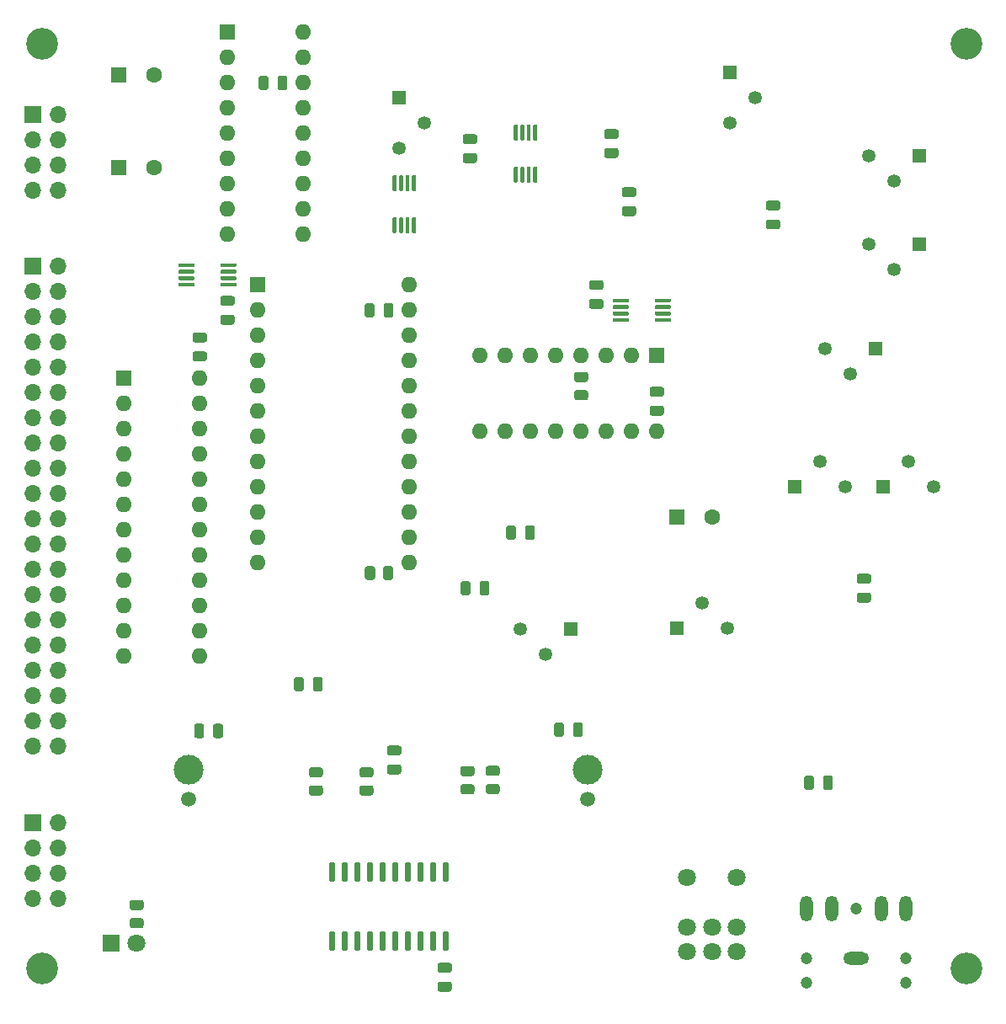
<source format=gbr>
%TF.GenerationSoftware,KiCad,Pcbnew,(5.1.9)-1*%
%TF.CreationDate,2021-11-07T13:29:39-05:00*%
%TF.ProjectId,main,6d61696e-2e6b-4696-9361-645f70636258,rev?*%
%TF.SameCoordinates,Original*%
%TF.FileFunction,Soldermask,Bot*%
%TF.FilePolarity,Negative*%
%FSLAX46Y46*%
G04 Gerber Fmt 4.6, Leading zero omitted, Abs format (unit mm)*
G04 Created by KiCad (PCBNEW (5.1.9)-1) date 2021-11-07 13:29:39*
%MOMM*%
%LPD*%
G01*
G04 APERTURE LIST*
%ADD10C,1.800000*%
%ADD11C,1.346200*%
%ADD12R,1.346200X1.346200*%
%ADD13C,1.200000*%
%ADD14O,2.600000X1.300000*%
%ADD15O,1.300000X2.600000*%
%ADD16C,1.600000*%
%ADD17R,1.600000X1.600000*%
%ADD18C,1.500000*%
%ADD19C,3.000000*%
%ADD20R,1.800000X1.800000*%
%ADD21O,1.600000X1.600000*%
%ADD22C,3.200000*%
%ADD23R,1.700000X1.700000*%
%ADD24O,1.700000X1.700000*%
G04 APERTURE END LIST*
D10*
%TO.C,RV10*%
X88392000Y-107308000D03*
X93392000Y-107308000D03*
X93392000Y-114808000D03*
X90892000Y-114808000D03*
X88392000Y-114808000D03*
X93392000Y-112308000D03*
X90892000Y-112308000D03*
X88392000Y-112308000D03*
%TD*%
%TO.C,C57*%
G36*
G01*
X41689000Y-50742000D02*
X42639000Y-50742000D01*
G75*
G02*
X42889000Y-50992000I0J-250000D01*
G01*
X42889000Y-51492000D01*
G75*
G02*
X42639000Y-51742000I-250000J0D01*
G01*
X41689000Y-51742000D01*
G75*
G02*
X41439000Y-51492000I0J250000D01*
G01*
X41439000Y-50992000D01*
G75*
G02*
X41689000Y-50742000I250000J0D01*
G01*
G37*
G36*
G01*
X41689000Y-48842000D02*
X42639000Y-48842000D01*
G75*
G02*
X42889000Y-49092000I0J-250000D01*
G01*
X42889000Y-49592000D01*
G75*
G02*
X42639000Y-49842000I-250000J0D01*
G01*
X41689000Y-49842000D01*
G75*
G02*
X41439000Y-49592000I0J250000D01*
G01*
X41439000Y-49092000D01*
G75*
G02*
X41689000Y-48842000I250000J0D01*
G01*
G37*
%TD*%
%TO.C,C56*%
G36*
G01*
X102050000Y-98265000D02*
X102050000Y-97315000D01*
G75*
G02*
X102300000Y-97065000I250000J0D01*
G01*
X102800000Y-97065000D01*
G75*
G02*
X103050000Y-97315000I0J-250000D01*
G01*
X103050000Y-98265000D01*
G75*
G02*
X102800000Y-98515000I-250000J0D01*
G01*
X102300000Y-98515000D01*
G75*
G02*
X102050000Y-98265000I0J250000D01*
G01*
G37*
G36*
G01*
X100150000Y-98265000D02*
X100150000Y-97315000D01*
G75*
G02*
X100400000Y-97065000I250000J0D01*
G01*
X100900000Y-97065000D01*
G75*
G02*
X101150000Y-97315000I0J-250000D01*
G01*
X101150000Y-98265000D01*
G75*
G02*
X100900000Y-98515000I-250000J0D01*
G01*
X100400000Y-98515000D01*
G75*
G02*
X100150000Y-98265000I0J250000D01*
G01*
G37*
%TD*%
%TO.C,C55*%
G36*
G01*
X67023000Y-33586000D02*
X66073000Y-33586000D01*
G75*
G02*
X65823000Y-33336000I0J250000D01*
G01*
X65823000Y-32836000D01*
G75*
G02*
X66073000Y-32586000I250000J0D01*
G01*
X67023000Y-32586000D01*
G75*
G02*
X67273000Y-32836000I0J-250000D01*
G01*
X67273000Y-33336000D01*
G75*
G02*
X67023000Y-33586000I-250000J0D01*
G01*
G37*
G36*
G01*
X67023000Y-35486000D02*
X66073000Y-35486000D01*
G75*
G02*
X65823000Y-35236000I0J250000D01*
G01*
X65823000Y-34736000D01*
G75*
G02*
X66073000Y-34486000I250000J0D01*
G01*
X67023000Y-34486000D01*
G75*
G02*
X67273000Y-34736000I0J-250000D01*
G01*
X67273000Y-35236000D01*
G75*
G02*
X67023000Y-35486000I-250000J0D01*
G01*
G37*
%TD*%
%TO.C,C54*%
G36*
G01*
X46286000Y-26957000D02*
X46286000Y-27907000D01*
G75*
G02*
X46036000Y-28157000I-250000J0D01*
G01*
X45536000Y-28157000D01*
G75*
G02*
X45286000Y-27907000I0J250000D01*
G01*
X45286000Y-26957000D01*
G75*
G02*
X45536000Y-26707000I250000J0D01*
G01*
X46036000Y-26707000D01*
G75*
G02*
X46286000Y-26957000I0J-250000D01*
G01*
G37*
G36*
G01*
X48186000Y-26957000D02*
X48186000Y-27907000D01*
G75*
G02*
X47936000Y-28157000I-250000J0D01*
G01*
X47436000Y-28157000D01*
G75*
G02*
X47186000Y-27907000I0J250000D01*
G01*
X47186000Y-26957000D01*
G75*
G02*
X47436000Y-26707000I250000J0D01*
G01*
X47936000Y-26707000D01*
G75*
G02*
X48186000Y-26957000I0J-250000D01*
G01*
G37*
%TD*%
%TO.C,C53*%
G36*
G01*
X85819000Y-58986000D02*
X84869000Y-58986000D01*
G75*
G02*
X84619000Y-58736000I0J250000D01*
G01*
X84619000Y-58236000D01*
G75*
G02*
X84869000Y-57986000I250000J0D01*
G01*
X85819000Y-57986000D01*
G75*
G02*
X86069000Y-58236000I0J-250000D01*
G01*
X86069000Y-58736000D01*
G75*
G02*
X85819000Y-58986000I-250000J0D01*
G01*
G37*
G36*
G01*
X85819000Y-60886000D02*
X84869000Y-60886000D01*
G75*
G02*
X84619000Y-60636000I0J250000D01*
G01*
X84619000Y-60136000D01*
G75*
G02*
X84869000Y-59886000I250000J0D01*
G01*
X85819000Y-59886000D01*
G75*
G02*
X86069000Y-60136000I0J-250000D01*
G01*
X86069000Y-60636000D01*
G75*
G02*
X85819000Y-60886000I-250000J0D01*
G01*
G37*
%TD*%
%TO.C,C52*%
G36*
G01*
X79723000Y-48252000D02*
X78773000Y-48252000D01*
G75*
G02*
X78523000Y-48002000I0J250000D01*
G01*
X78523000Y-47502000D01*
G75*
G02*
X78773000Y-47252000I250000J0D01*
G01*
X79723000Y-47252000D01*
G75*
G02*
X79973000Y-47502000I0J-250000D01*
G01*
X79973000Y-48002000D01*
G75*
G02*
X79723000Y-48252000I-250000J0D01*
G01*
G37*
G36*
G01*
X79723000Y-50152000D02*
X78773000Y-50152000D01*
G75*
G02*
X78523000Y-49902000I0J250000D01*
G01*
X78523000Y-49402000D01*
G75*
G02*
X78773000Y-49152000I250000J0D01*
G01*
X79723000Y-49152000D01*
G75*
G02*
X79973000Y-49402000I0J-250000D01*
G01*
X79973000Y-49902000D01*
G75*
G02*
X79723000Y-50152000I-250000J0D01*
G01*
G37*
%TD*%
%TO.C,C51*%
G36*
G01*
X56954000Y-49817000D02*
X56954000Y-50767000D01*
G75*
G02*
X56704000Y-51017000I-250000J0D01*
G01*
X56204000Y-51017000D01*
G75*
G02*
X55954000Y-50767000I0J250000D01*
G01*
X55954000Y-49817000D01*
G75*
G02*
X56204000Y-49567000I250000J0D01*
G01*
X56704000Y-49567000D01*
G75*
G02*
X56954000Y-49817000I0J-250000D01*
G01*
G37*
G36*
G01*
X58854000Y-49817000D02*
X58854000Y-50767000D01*
G75*
G02*
X58604000Y-51017000I-250000J0D01*
G01*
X58104000Y-51017000D01*
G75*
G02*
X57854000Y-50767000I0J250000D01*
G01*
X57854000Y-49817000D01*
G75*
G02*
X58104000Y-49567000I250000J0D01*
G01*
X58604000Y-49567000D01*
G75*
G02*
X58854000Y-49817000I0J-250000D01*
G01*
G37*
%TD*%
%TO.C,C50*%
G36*
G01*
X97503000Y-40256000D02*
X96553000Y-40256000D01*
G75*
G02*
X96303000Y-40006000I0J250000D01*
G01*
X96303000Y-39506000D01*
G75*
G02*
X96553000Y-39256000I250000J0D01*
G01*
X97503000Y-39256000D01*
G75*
G02*
X97753000Y-39506000I0J-250000D01*
G01*
X97753000Y-40006000D01*
G75*
G02*
X97503000Y-40256000I-250000J0D01*
G01*
G37*
G36*
G01*
X97503000Y-42156000D02*
X96553000Y-42156000D01*
G75*
G02*
X96303000Y-41906000I0J250000D01*
G01*
X96303000Y-41406000D01*
G75*
G02*
X96553000Y-41156000I250000J0D01*
G01*
X97503000Y-41156000D01*
G75*
G02*
X97753000Y-41406000I0J-250000D01*
G01*
X97753000Y-41906000D01*
G75*
G02*
X97503000Y-42156000I-250000J0D01*
G01*
G37*
%TD*%
D11*
%TO.C,RV9*%
X106680000Y-43637200D03*
X109220000Y-46177200D03*
D12*
X111760000Y-43637200D03*
%TD*%
D11*
%TO.C,RV8*%
X106680000Y-34747200D03*
X109220000Y-37287200D03*
D12*
X111760000Y-34747200D03*
%TD*%
D11*
%TO.C,RV7*%
X104267000Y-67995800D03*
X101727000Y-65455800D03*
D12*
X99187000Y-67995800D03*
%TD*%
D11*
%TO.C,RV6*%
X113157000Y-67995800D03*
X110617000Y-65455800D03*
D12*
X108077000Y-67995800D03*
%TD*%
D11*
%TO.C,RV5*%
X59436000Y-34036000D03*
X61976000Y-31496000D03*
D12*
X59436000Y-28956000D03*
%TD*%
D11*
%TO.C,RV4*%
X71628000Y-82372200D03*
X74168000Y-84912200D03*
D12*
X76708000Y-82372200D03*
%TD*%
D11*
%TO.C,RV3*%
X92456000Y-82219800D03*
X89916000Y-79679800D03*
D12*
X87376000Y-82219800D03*
%TD*%
D11*
%TO.C,RV2*%
X92659200Y-31496000D03*
X95199200Y-28956000D03*
D12*
X92659200Y-26416000D03*
%TD*%
D11*
%TO.C,RV1*%
X102235000Y-54178200D03*
X104775000Y-56718200D03*
D12*
X107315000Y-54178200D03*
%TD*%
D13*
%TO.C,J2*%
X110410000Y-117927000D03*
X110410000Y-115427000D03*
X100410000Y-117927000D03*
X100410000Y-115427000D03*
X105410000Y-110427000D03*
D14*
X105410000Y-115427000D03*
D15*
X107910000Y-110427000D03*
X102910000Y-110427000D03*
X100410000Y-110427000D03*
X110410000Y-110427000D03*
%TD*%
D16*
%TO.C,C41*%
X90876000Y-71120000D03*
D17*
X87376000Y-71120000D03*
%TD*%
%TO.C,C12*%
G36*
G01*
X82075000Y-39820000D02*
X83025000Y-39820000D01*
G75*
G02*
X83275000Y-40070000I0J-250000D01*
G01*
X83275000Y-40570000D01*
G75*
G02*
X83025000Y-40820000I-250000J0D01*
G01*
X82075000Y-40820000D01*
G75*
G02*
X81825000Y-40570000I0J250000D01*
G01*
X81825000Y-40070000D01*
G75*
G02*
X82075000Y-39820000I250000J0D01*
G01*
G37*
G36*
G01*
X82075000Y-37920000D02*
X83025000Y-37920000D01*
G75*
G02*
X83275000Y-38170000I0J-250000D01*
G01*
X83275000Y-38670000D01*
G75*
G02*
X83025000Y-38920000I-250000J0D01*
G01*
X82075000Y-38920000D01*
G75*
G02*
X81825000Y-38670000I0J250000D01*
G01*
X81825000Y-38170000D01*
G75*
G02*
X82075000Y-37920000I250000J0D01*
G01*
G37*
%TD*%
%TO.C,C5*%
G36*
G01*
X105697000Y-78682000D02*
X106647000Y-78682000D01*
G75*
G02*
X106897000Y-78932000I0J-250000D01*
G01*
X106897000Y-79432000D01*
G75*
G02*
X106647000Y-79682000I-250000J0D01*
G01*
X105697000Y-79682000D01*
G75*
G02*
X105447000Y-79432000I0J250000D01*
G01*
X105447000Y-78932000D01*
G75*
G02*
X105697000Y-78682000I250000J0D01*
G01*
G37*
G36*
G01*
X105697000Y-76782000D02*
X106647000Y-76782000D01*
G75*
G02*
X106897000Y-77032000I0J-250000D01*
G01*
X106897000Y-77532000D01*
G75*
G02*
X106647000Y-77782000I-250000J0D01*
G01*
X105697000Y-77782000D01*
G75*
G02*
X105447000Y-77532000I0J250000D01*
G01*
X105447000Y-77032000D01*
G75*
G02*
X105697000Y-76782000I250000J0D01*
G01*
G37*
%TD*%
D18*
%TO.C,U15*%
X38236000Y-99464000D03*
X78396000Y-99464000D03*
D19*
X38236000Y-96464000D03*
X78396000Y-96464000D03*
%TD*%
%TO.C,R11*%
G36*
G01*
X32569999Y-111398000D02*
X33470001Y-111398000D01*
G75*
G02*
X33720000Y-111647999I0J-249999D01*
G01*
X33720000Y-112173001D01*
G75*
G02*
X33470001Y-112423000I-249999J0D01*
G01*
X32569999Y-112423000D01*
G75*
G02*
X32320000Y-112173001I0J249999D01*
G01*
X32320000Y-111647999D01*
G75*
G02*
X32569999Y-111398000I249999J0D01*
G01*
G37*
G36*
G01*
X32569999Y-109573000D02*
X33470001Y-109573000D01*
G75*
G02*
X33720000Y-109822999I0J-249999D01*
G01*
X33720000Y-110348001D01*
G75*
G02*
X33470001Y-110598000I-249999J0D01*
G01*
X32569999Y-110598000D01*
G75*
G02*
X32320000Y-110348001I0J249999D01*
G01*
X32320000Y-109822999D01*
G75*
G02*
X32569999Y-109573000I249999J0D01*
G01*
G37*
%TD*%
%TO.C,R10*%
G36*
G01*
X68383999Y-97912500D02*
X69284001Y-97912500D01*
G75*
G02*
X69534000Y-98162499I0J-249999D01*
G01*
X69534000Y-98687501D01*
G75*
G02*
X69284001Y-98937500I-249999J0D01*
G01*
X68383999Y-98937500D01*
G75*
G02*
X68134000Y-98687501I0J249999D01*
G01*
X68134000Y-98162499D01*
G75*
G02*
X68383999Y-97912500I249999J0D01*
G01*
G37*
G36*
G01*
X68383999Y-96087500D02*
X69284001Y-96087500D01*
G75*
G02*
X69534000Y-96337499I0J-249999D01*
G01*
X69534000Y-96862501D01*
G75*
G02*
X69284001Y-97112500I-249999J0D01*
G01*
X68383999Y-97112500D01*
G75*
G02*
X68134000Y-96862501I0J249999D01*
G01*
X68134000Y-96337499D01*
G75*
G02*
X68383999Y-96087500I249999J0D01*
G01*
G37*
%TD*%
%TO.C,R9*%
G36*
G01*
X66744001Y-97136000D02*
X65843999Y-97136000D01*
G75*
G02*
X65594000Y-96886001I0J249999D01*
G01*
X65594000Y-96360999D01*
G75*
G02*
X65843999Y-96111000I249999J0D01*
G01*
X66744001Y-96111000D01*
G75*
G02*
X66994000Y-96360999I0J-249999D01*
G01*
X66994000Y-96886001D01*
G75*
G02*
X66744001Y-97136000I-249999J0D01*
G01*
G37*
G36*
G01*
X66744001Y-98961000D02*
X65843999Y-98961000D01*
G75*
G02*
X65594000Y-98711001I0J249999D01*
G01*
X65594000Y-98185999D01*
G75*
G02*
X65843999Y-97936000I249999J0D01*
G01*
X66744001Y-97936000D01*
G75*
G02*
X66994000Y-98185999I0J-249999D01*
G01*
X66994000Y-98711001D01*
G75*
G02*
X66744001Y-98961000I-249999J0D01*
G01*
G37*
%TD*%
%TO.C,R8*%
G36*
G01*
X56584001Y-97263000D02*
X55683999Y-97263000D01*
G75*
G02*
X55434000Y-97013001I0J249999D01*
G01*
X55434000Y-96487999D01*
G75*
G02*
X55683999Y-96238000I249999J0D01*
G01*
X56584001Y-96238000D01*
G75*
G02*
X56834000Y-96487999I0J-249999D01*
G01*
X56834000Y-97013001D01*
G75*
G02*
X56584001Y-97263000I-249999J0D01*
G01*
G37*
G36*
G01*
X56584001Y-99088000D02*
X55683999Y-99088000D01*
G75*
G02*
X55434000Y-98838001I0J249999D01*
G01*
X55434000Y-98312999D01*
G75*
G02*
X55683999Y-98063000I249999J0D01*
G01*
X56584001Y-98063000D01*
G75*
G02*
X56834000Y-98312999I0J-249999D01*
G01*
X56834000Y-98838001D01*
G75*
G02*
X56584001Y-99088000I-249999J0D01*
G01*
G37*
%TD*%
%TO.C,R7*%
G36*
G01*
X51504001Y-97263000D02*
X50603999Y-97263000D01*
G75*
G02*
X50354000Y-97013001I0J249999D01*
G01*
X50354000Y-96487999D01*
G75*
G02*
X50603999Y-96238000I249999J0D01*
G01*
X51504001Y-96238000D01*
G75*
G02*
X51754000Y-96487999I0J-249999D01*
G01*
X51754000Y-97013001D01*
G75*
G02*
X51504001Y-97263000I-249999J0D01*
G01*
G37*
G36*
G01*
X51504001Y-99088000D02*
X50603999Y-99088000D01*
G75*
G02*
X50354000Y-98838001I0J249999D01*
G01*
X50354000Y-98312999D01*
G75*
G02*
X50603999Y-98063000I249999J0D01*
G01*
X51504001Y-98063000D01*
G75*
G02*
X51754000Y-98312999I0J-249999D01*
G01*
X51754000Y-98838001D01*
G75*
G02*
X51504001Y-99088000I-249999J0D01*
G01*
G37*
%TD*%
D10*
%TO.C,D1*%
X33020000Y-113919000D03*
D20*
X30480000Y-113919000D03*
%TD*%
%TO.C,U14*%
G36*
G01*
X58869000Y-40924000D02*
X59069000Y-40924000D01*
G75*
G02*
X59169000Y-41024000I0J-100000D01*
G01*
X59169000Y-42449000D01*
G75*
G02*
X59069000Y-42549000I-100000J0D01*
G01*
X58869000Y-42549000D01*
G75*
G02*
X58769000Y-42449000I0J100000D01*
G01*
X58769000Y-41024000D01*
G75*
G02*
X58869000Y-40924000I100000J0D01*
G01*
G37*
G36*
G01*
X59519000Y-40924000D02*
X59719000Y-40924000D01*
G75*
G02*
X59819000Y-41024000I0J-100000D01*
G01*
X59819000Y-42449000D01*
G75*
G02*
X59719000Y-42549000I-100000J0D01*
G01*
X59519000Y-42549000D01*
G75*
G02*
X59419000Y-42449000I0J100000D01*
G01*
X59419000Y-41024000D01*
G75*
G02*
X59519000Y-40924000I100000J0D01*
G01*
G37*
G36*
G01*
X60169000Y-40924000D02*
X60369000Y-40924000D01*
G75*
G02*
X60469000Y-41024000I0J-100000D01*
G01*
X60469000Y-42449000D01*
G75*
G02*
X60369000Y-42549000I-100000J0D01*
G01*
X60169000Y-42549000D01*
G75*
G02*
X60069000Y-42449000I0J100000D01*
G01*
X60069000Y-41024000D01*
G75*
G02*
X60169000Y-40924000I100000J0D01*
G01*
G37*
G36*
G01*
X60819000Y-40924000D02*
X61019000Y-40924000D01*
G75*
G02*
X61119000Y-41024000I0J-100000D01*
G01*
X61119000Y-42449000D01*
G75*
G02*
X61019000Y-42549000I-100000J0D01*
G01*
X60819000Y-42549000D01*
G75*
G02*
X60719000Y-42449000I0J100000D01*
G01*
X60719000Y-41024000D01*
G75*
G02*
X60819000Y-40924000I100000J0D01*
G01*
G37*
G36*
G01*
X60819000Y-36699000D02*
X61019000Y-36699000D01*
G75*
G02*
X61119000Y-36799000I0J-100000D01*
G01*
X61119000Y-38224000D01*
G75*
G02*
X61019000Y-38324000I-100000J0D01*
G01*
X60819000Y-38324000D01*
G75*
G02*
X60719000Y-38224000I0J100000D01*
G01*
X60719000Y-36799000D01*
G75*
G02*
X60819000Y-36699000I100000J0D01*
G01*
G37*
G36*
G01*
X60169000Y-36699000D02*
X60369000Y-36699000D01*
G75*
G02*
X60469000Y-36799000I0J-100000D01*
G01*
X60469000Y-38224000D01*
G75*
G02*
X60369000Y-38324000I-100000J0D01*
G01*
X60169000Y-38324000D01*
G75*
G02*
X60069000Y-38224000I0J100000D01*
G01*
X60069000Y-36799000D01*
G75*
G02*
X60169000Y-36699000I100000J0D01*
G01*
G37*
G36*
G01*
X59519000Y-36699000D02*
X59719000Y-36699000D01*
G75*
G02*
X59819000Y-36799000I0J-100000D01*
G01*
X59819000Y-38224000D01*
G75*
G02*
X59719000Y-38324000I-100000J0D01*
G01*
X59519000Y-38324000D01*
G75*
G02*
X59419000Y-38224000I0J100000D01*
G01*
X59419000Y-36799000D01*
G75*
G02*
X59519000Y-36699000I100000J0D01*
G01*
G37*
G36*
G01*
X58869000Y-36699000D02*
X59069000Y-36699000D01*
G75*
G02*
X59169000Y-36799000I0J-100000D01*
G01*
X59169000Y-38224000D01*
G75*
G02*
X59069000Y-38324000I-100000J0D01*
G01*
X58869000Y-38324000D01*
G75*
G02*
X58769000Y-38224000I0J100000D01*
G01*
X58769000Y-36799000D01*
G75*
G02*
X58869000Y-36699000I100000J0D01*
G01*
G37*
%TD*%
%TO.C,U13*%
G36*
G01*
X41432000Y-47811000D02*
X41432000Y-47611000D01*
G75*
G02*
X41532000Y-47511000I100000J0D01*
G01*
X42957000Y-47511000D01*
G75*
G02*
X43057000Y-47611000I0J-100000D01*
G01*
X43057000Y-47811000D01*
G75*
G02*
X42957000Y-47911000I-100000J0D01*
G01*
X41532000Y-47911000D01*
G75*
G02*
X41432000Y-47811000I0J100000D01*
G01*
G37*
G36*
G01*
X41432000Y-47161000D02*
X41432000Y-46961000D01*
G75*
G02*
X41532000Y-46861000I100000J0D01*
G01*
X42957000Y-46861000D01*
G75*
G02*
X43057000Y-46961000I0J-100000D01*
G01*
X43057000Y-47161000D01*
G75*
G02*
X42957000Y-47261000I-100000J0D01*
G01*
X41532000Y-47261000D01*
G75*
G02*
X41432000Y-47161000I0J100000D01*
G01*
G37*
G36*
G01*
X41432000Y-46511000D02*
X41432000Y-46311000D01*
G75*
G02*
X41532000Y-46211000I100000J0D01*
G01*
X42957000Y-46211000D01*
G75*
G02*
X43057000Y-46311000I0J-100000D01*
G01*
X43057000Y-46511000D01*
G75*
G02*
X42957000Y-46611000I-100000J0D01*
G01*
X41532000Y-46611000D01*
G75*
G02*
X41432000Y-46511000I0J100000D01*
G01*
G37*
G36*
G01*
X41432000Y-45861000D02*
X41432000Y-45661000D01*
G75*
G02*
X41532000Y-45561000I100000J0D01*
G01*
X42957000Y-45561000D01*
G75*
G02*
X43057000Y-45661000I0J-100000D01*
G01*
X43057000Y-45861000D01*
G75*
G02*
X42957000Y-45961000I-100000J0D01*
G01*
X41532000Y-45961000D01*
G75*
G02*
X41432000Y-45861000I0J100000D01*
G01*
G37*
G36*
G01*
X37207000Y-45861000D02*
X37207000Y-45661000D01*
G75*
G02*
X37307000Y-45561000I100000J0D01*
G01*
X38732000Y-45561000D01*
G75*
G02*
X38832000Y-45661000I0J-100000D01*
G01*
X38832000Y-45861000D01*
G75*
G02*
X38732000Y-45961000I-100000J0D01*
G01*
X37307000Y-45961000D01*
G75*
G02*
X37207000Y-45861000I0J100000D01*
G01*
G37*
G36*
G01*
X37207000Y-46511000D02*
X37207000Y-46311000D01*
G75*
G02*
X37307000Y-46211000I100000J0D01*
G01*
X38732000Y-46211000D01*
G75*
G02*
X38832000Y-46311000I0J-100000D01*
G01*
X38832000Y-46511000D01*
G75*
G02*
X38732000Y-46611000I-100000J0D01*
G01*
X37307000Y-46611000D01*
G75*
G02*
X37207000Y-46511000I0J100000D01*
G01*
G37*
G36*
G01*
X37207000Y-47161000D02*
X37207000Y-46961000D01*
G75*
G02*
X37307000Y-46861000I100000J0D01*
G01*
X38732000Y-46861000D01*
G75*
G02*
X38832000Y-46961000I0J-100000D01*
G01*
X38832000Y-47161000D01*
G75*
G02*
X38732000Y-47261000I-100000J0D01*
G01*
X37307000Y-47261000D01*
G75*
G02*
X37207000Y-47161000I0J100000D01*
G01*
G37*
G36*
G01*
X37207000Y-47811000D02*
X37207000Y-47611000D01*
G75*
G02*
X37307000Y-47511000I100000J0D01*
G01*
X38732000Y-47511000D01*
G75*
G02*
X38832000Y-47611000I0J-100000D01*
G01*
X38832000Y-47811000D01*
G75*
G02*
X38732000Y-47911000I-100000J0D01*
G01*
X37307000Y-47911000D01*
G75*
G02*
X37207000Y-47811000I0J100000D01*
G01*
G37*
%TD*%
%TO.C,U12*%
G36*
G01*
X82520000Y-49217000D02*
X82520000Y-49417000D01*
G75*
G02*
X82420000Y-49517000I-100000J0D01*
G01*
X80995000Y-49517000D01*
G75*
G02*
X80895000Y-49417000I0J100000D01*
G01*
X80895000Y-49217000D01*
G75*
G02*
X80995000Y-49117000I100000J0D01*
G01*
X82420000Y-49117000D01*
G75*
G02*
X82520000Y-49217000I0J-100000D01*
G01*
G37*
G36*
G01*
X82520000Y-49867000D02*
X82520000Y-50067000D01*
G75*
G02*
X82420000Y-50167000I-100000J0D01*
G01*
X80995000Y-50167000D01*
G75*
G02*
X80895000Y-50067000I0J100000D01*
G01*
X80895000Y-49867000D01*
G75*
G02*
X80995000Y-49767000I100000J0D01*
G01*
X82420000Y-49767000D01*
G75*
G02*
X82520000Y-49867000I0J-100000D01*
G01*
G37*
G36*
G01*
X82520000Y-50517000D02*
X82520000Y-50717000D01*
G75*
G02*
X82420000Y-50817000I-100000J0D01*
G01*
X80995000Y-50817000D01*
G75*
G02*
X80895000Y-50717000I0J100000D01*
G01*
X80895000Y-50517000D01*
G75*
G02*
X80995000Y-50417000I100000J0D01*
G01*
X82420000Y-50417000D01*
G75*
G02*
X82520000Y-50517000I0J-100000D01*
G01*
G37*
G36*
G01*
X82520000Y-51167000D02*
X82520000Y-51367000D01*
G75*
G02*
X82420000Y-51467000I-100000J0D01*
G01*
X80995000Y-51467000D01*
G75*
G02*
X80895000Y-51367000I0J100000D01*
G01*
X80895000Y-51167000D01*
G75*
G02*
X80995000Y-51067000I100000J0D01*
G01*
X82420000Y-51067000D01*
G75*
G02*
X82520000Y-51167000I0J-100000D01*
G01*
G37*
G36*
G01*
X86745000Y-51167000D02*
X86745000Y-51367000D01*
G75*
G02*
X86645000Y-51467000I-100000J0D01*
G01*
X85220000Y-51467000D01*
G75*
G02*
X85120000Y-51367000I0J100000D01*
G01*
X85120000Y-51167000D01*
G75*
G02*
X85220000Y-51067000I100000J0D01*
G01*
X86645000Y-51067000D01*
G75*
G02*
X86745000Y-51167000I0J-100000D01*
G01*
G37*
G36*
G01*
X86745000Y-50517000D02*
X86745000Y-50717000D01*
G75*
G02*
X86645000Y-50817000I-100000J0D01*
G01*
X85220000Y-50817000D01*
G75*
G02*
X85120000Y-50717000I0J100000D01*
G01*
X85120000Y-50517000D01*
G75*
G02*
X85220000Y-50417000I100000J0D01*
G01*
X86645000Y-50417000D01*
G75*
G02*
X86745000Y-50517000I0J-100000D01*
G01*
G37*
G36*
G01*
X86745000Y-49867000D02*
X86745000Y-50067000D01*
G75*
G02*
X86645000Y-50167000I-100000J0D01*
G01*
X85220000Y-50167000D01*
G75*
G02*
X85120000Y-50067000I0J100000D01*
G01*
X85120000Y-49867000D01*
G75*
G02*
X85220000Y-49767000I100000J0D01*
G01*
X86645000Y-49767000D01*
G75*
G02*
X86745000Y-49867000I0J-100000D01*
G01*
G37*
G36*
G01*
X86745000Y-49217000D02*
X86745000Y-49417000D01*
G75*
G02*
X86645000Y-49517000I-100000J0D01*
G01*
X85220000Y-49517000D01*
G75*
G02*
X85120000Y-49417000I0J100000D01*
G01*
X85120000Y-49217000D01*
G75*
G02*
X85220000Y-49117000I100000J0D01*
G01*
X86645000Y-49117000D01*
G75*
G02*
X86745000Y-49217000I0J-100000D01*
G01*
G37*
%TD*%
%TO.C,U11*%
G36*
G01*
X71061000Y-35844000D02*
X71261000Y-35844000D01*
G75*
G02*
X71361000Y-35944000I0J-100000D01*
G01*
X71361000Y-37369000D01*
G75*
G02*
X71261000Y-37469000I-100000J0D01*
G01*
X71061000Y-37469000D01*
G75*
G02*
X70961000Y-37369000I0J100000D01*
G01*
X70961000Y-35944000D01*
G75*
G02*
X71061000Y-35844000I100000J0D01*
G01*
G37*
G36*
G01*
X71711000Y-35844000D02*
X71911000Y-35844000D01*
G75*
G02*
X72011000Y-35944000I0J-100000D01*
G01*
X72011000Y-37369000D01*
G75*
G02*
X71911000Y-37469000I-100000J0D01*
G01*
X71711000Y-37469000D01*
G75*
G02*
X71611000Y-37369000I0J100000D01*
G01*
X71611000Y-35944000D01*
G75*
G02*
X71711000Y-35844000I100000J0D01*
G01*
G37*
G36*
G01*
X72361000Y-35844000D02*
X72561000Y-35844000D01*
G75*
G02*
X72661000Y-35944000I0J-100000D01*
G01*
X72661000Y-37369000D01*
G75*
G02*
X72561000Y-37469000I-100000J0D01*
G01*
X72361000Y-37469000D01*
G75*
G02*
X72261000Y-37369000I0J100000D01*
G01*
X72261000Y-35944000D01*
G75*
G02*
X72361000Y-35844000I100000J0D01*
G01*
G37*
G36*
G01*
X73011000Y-35844000D02*
X73211000Y-35844000D01*
G75*
G02*
X73311000Y-35944000I0J-100000D01*
G01*
X73311000Y-37369000D01*
G75*
G02*
X73211000Y-37469000I-100000J0D01*
G01*
X73011000Y-37469000D01*
G75*
G02*
X72911000Y-37369000I0J100000D01*
G01*
X72911000Y-35944000D01*
G75*
G02*
X73011000Y-35844000I100000J0D01*
G01*
G37*
G36*
G01*
X73011000Y-31619000D02*
X73211000Y-31619000D01*
G75*
G02*
X73311000Y-31719000I0J-100000D01*
G01*
X73311000Y-33144000D01*
G75*
G02*
X73211000Y-33244000I-100000J0D01*
G01*
X73011000Y-33244000D01*
G75*
G02*
X72911000Y-33144000I0J100000D01*
G01*
X72911000Y-31719000D01*
G75*
G02*
X73011000Y-31619000I100000J0D01*
G01*
G37*
G36*
G01*
X72361000Y-31619000D02*
X72561000Y-31619000D01*
G75*
G02*
X72661000Y-31719000I0J-100000D01*
G01*
X72661000Y-33144000D01*
G75*
G02*
X72561000Y-33244000I-100000J0D01*
G01*
X72361000Y-33244000D01*
G75*
G02*
X72261000Y-33144000I0J100000D01*
G01*
X72261000Y-31719000D01*
G75*
G02*
X72361000Y-31619000I100000J0D01*
G01*
G37*
G36*
G01*
X71711000Y-31619000D02*
X71911000Y-31619000D01*
G75*
G02*
X72011000Y-31719000I0J-100000D01*
G01*
X72011000Y-33144000D01*
G75*
G02*
X71911000Y-33244000I-100000J0D01*
G01*
X71711000Y-33244000D01*
G75*
G02*
X71611000Y-33144000I0J100000D01*
G01*
X71611000Y-31719000D01*
G75*
G02*
X71711000Y-31619000I100000J0D01*
G01*
G37*
G36*
G01*
X71061000Y-31619000D02*
X71261000Y-31619000D01*
G75*
G02*
X71361000Y-31719000I0J-100000D01*
G01*
X71361000Y-33144000D01*
G75*
G02*
X71261000Y-33244000I-100000J0D01*
G01*
X71061000Y-33244000D01*
G75*
G02*
X70961000Y-33144000I0J100000D01*
G01*
X70961000Y-31719000D01*
G75*
G02*
X71061000Y-31619000I100000J0D01*
G01*
G37*
%TD*%
%TO.C,R6*%
G36*
G01*
X57804000Y-77158001D02*
X57804000Y-76257999D01*
G75*
G02*
X58053999Y-76008000I249999J0D01*
G01*
X58579001Y-76008000D01*
G75*
G02*
X58829000Y-76257999I0J-249999D01*
G01*
X58829000Y-77158001D01*
G75*
G02*
X58579001Y-77408000I-249999J0D01*
G01*
X58053999Y-77408000D01*
G75*
G02*
X57804000Y-77158001I0J249999D01*
G01*
G37*
G36*
G01*
X55979000Y-77158001D02*
X55979000Y-76257999D01*
G75*
G02*
X56228999Y-76008000I249999J0D01*
G01*
X56754001Y-76008000D01*
G75*
G02*
X57004000Y-76257999I0J-249999D01*
G01*
X57004000Y-77158001D01*
G75*
G02*
X56754001Y-77408000I-249999J0D01*
G01*
X56228999Y-77408000D01*
G75*
G02*
X55979000Y-77158001I0J249999D01*
G01*
G37*
%TD*%
%TO.C,R4*%
G36*
G01*
X78174001Y-57512000D02*
X77273999Y-57512000D01*
G75*
G02*
X77024000Y-57262001I0J249999D01*
G01*
X77024000Y-56736999D01*
G75*
G02*
X77273999Y-56487000I249999J0D01*
G01*
X78174001Y-56487000D01*
G75*
G02*
X78424000Y-56736999I0J-249999D01*
G01*
X78424000Y-57262001D01*
G75*
G02*
X78174001Y-57512000I-249999J0D01*
G01*
G37*
G36*
G01*
X78174001Y-59337000D02*
X77273999Y-59337000D01*
G75*
G02*
X77024000Y-59087001I0J249999D01*
G01*
X77024000Y-58561999D01*
G75*
G02*
X77273999Y-58312000I249999J0D01*
G01*
X78174001Y-58312000D01*
G75*
G02*
X78424000Y-58561999I0J-249999D01*
G01*
X78424000Y-59087001D01*
G75*
G02*
X78174001Y-59337000I-249999J0D01*
G01*
G37*
%TD*%
D21*
%TO.C,U7*%
X85344000Y-62484000D03*
X67564000Y-54864000D03*
X82804000Y-62484000D03*
X70104000Y-54864000D03*
X80264000Y-62484000D03*
X72644000Y-54864000D03*
X77724000Y-62484000D03*
X75184000Y-54864000D03*
X75184000Y-62484000D03*
X77724000Y-54864000D03*
X72644000Y-62484000D03*
X80264000Y-54864000D03*
X70104000Y-62484000D03*
X82804000Y-54864000D03*
X67564000Y-62484000D03*
D17*
X85344000Y-54864000D03*
%TD*%
%TO.C,U3*%
G36*
G01*
X64285000Y-107761000D02*
X63985000Y-107761000D01*
G75*
G02*
X63835000Y-107611000I0J150000D01*
G01*
X63835000Y-105936000D01*
G75*
G02*
X63985000Y-105786000I150000J0D01*
G01*
X64285000Y-105786000D01*
G75*
G02*
X64435000Y-105936000I0J-150000D01*
G01*
X64435000Y-107611000D01*
G75*
G02*
X64285000Y-107761000I-150000J0D01*
G01*
G37*
G36*
G01*
X63015000Y-107761000D02*
X62715000Y-107761000D01*
G75*
G02*
X62565000Y-107611000I0J150000D01*
G01*
X62565000Y-105936000D01*
G75*
G02*
X62715000Y-105786000I150000J0D01*
G01*
X63015000Y-105786000D01*
G75*
G02*
X63165000Y-105936000I0J-150000D01*
G01*
X63165000Y-107611000D01*
G75*
G02*
X63015000Y-107761000I-150000J0D01*
G01*
G37*
G36*
G01*
X61745000Y-107761000D02*
X61445000Y-107761000D01*
G75*
G02*
X61295000Y-107611000I0J150000D01*
G01*
X61295000Y-105936000D01*
G75*
G02*
X61445000Y-105786000I150000J0D01*
G01*
X61745000Y-105786000D01*
G75*
G02*
X61895000Y-105936000I0J-150000D01*
G01*
X61895000Y-107611000D01*
G75*
G02*
X61745000Y-107761000I-150000J0D01*
G01*
G37*
G36*
G01*
X60475000Y-107761000D02*
X60175000Y-107761000D01*
G75*
G02*
X60025000Y-107611000I0J150000D01*
G01*
X60025000Y-105936000D01*
G75*
G02*
X60175000Y-105786000I150000J0D01*
G01*
X60475000Y-105786000D01*
G75*
G02*
X60625000Y-105936000I0J-150000D01*
G01*
X60625000Y-107611000D01*
G75*
G02*
X60475000Y-107761000I-150000J0D01*
G01*
G37*
G36*
G01*
X59205000Y-107761000D02*
X58905000Y-107761000D01*
G75*
G02*
X58755000Y-107611000I0J150000D01*
G01*
X58755000Y-105936000D01*
G75*
G02*
X58905000Y-105786000I150000J0D01*
G01*
X59205000Y-105786000D01*
G75*
G02*
X59355000Y-105936000I0J-150000D01*
G01*
X59355000Y-107611000D01*
G75*
G02*
X59205000Y-107761000I-150000J0D01*
G01*
G37*
G36*
G01*
X57935000Y-107761000D02*
X57635000Y-107761000D01*
G75*
G02*
X57485000Y-107611000I0J150000D01*
G01*
X57485000Y-105936000D01*
G75*
G02*
X57635000Y-105786000I150000J0D01*
G01*
X57935000Y-105786000D01*
G75*
G02*
X58085000Y-105936000I0J-150000D01*
G01*
X58085000Y-107611000D01*
G75*
G02*
X57935000Y-107761000I-150000J0D01*
G01*
G37*
G36*
G01*
X56665000Y-107761000D02*
X56365000Y-107761000D01*
G75*
G02*
X56215000Y-107611000I0J150000D01*
G01*
X56215000Y-105936000D01*
G75*
G02*
X56365000Y-105786000I150000J0D01*
G01*
X56665000Y-105786000D01*
G75*
G02*
X56815000Y-105936000I0J-150000D01*
G01*
X56815000Y-107611000D01*
G75*
G02*
X56665000Y-107761000I-150000J0D01*
G01*
G37*
G36*
G01*
X55395000Y-107761000D02*
X55095000Y-107761000D01*
G75*
G02*
X54945000Y-107611000I0J150000D01*
G01*
X54945000Y-105936000D01*
G75*
G02*
X55095000Y-105786000I150000J0D01*
G01*
X55395000Y-105786000D01*
G75*
G02*
X55545000Y-105936000I0J-150000D01*
G01*
X55545000Y-107611000D01*
G75*
G02*
X55395000Y-107761000I-150000J0D01*
G01*
G37*
G36*
G01*
X54125000Y-107761000D02*
X53825000Y-107761000D01*
G75*
G02*
X53675000Y-107611000I0J150000D01*
G01*
X53675000Y-105936000D01*
G75*
G02*
X53825000Y-105786000I150000J0D01*
G01*
X54125000Y-105786000D01*
G75*
G02*
X54275000Y-105936000I0J-150000D01*
G01*
X54275000Y-107611000D01*
G75*
G02*
X54125000Y-107761000I-150000J0D01*
G01*
G37*
G36*
G01*
X52855000Y-107761000D02*
X52555000Y-107761000D01*
G75*
G02*
X52405000Y-107611000I0J150000D01*
G01*
X52405000Y-105936000D01*
G75*
G02*
X52555000Y-105786000I150000J0D01*
G01*
X52855000Y-105786000D01*
G75*
G02*
X53005000Y-105936000I0J-150000D01*
G01*
X53005000Y-107611000D01*
G75*
G02*
X52855000Y-107761000I-150000J0D01*
G01*
G37*
G36*
G01*
X52855000Y-114686000D02*
X52555000Y-114686000D01*
G75*
G02*
X52405000Y-114536000I0J150000D01*
G01*
X52405000Y-112861000D01*
G75*
G02*
X52555000Y-112711000I150000J0D01*
G01*
X52855000Y-112711000D01*
G75*
G02*
X53005000Y-112861000I0J-150000D01*
G01*
X53005000Y-114536000D01*
G75*
G02*
X52855000Y-114686000I-150000J0D01*
G01*
G37*
G36*
G01*
X54125000Y-114686000D02*
X53825000Y-114686000D01*
G75*
G02*
X53675000Y-114536000I0J150000D01*
G01*
X53675000Y-112861000D01*
G75*
G02*
X53825000Y-112711000I150000J0D01*
G01*
X54125000Y-112711000D01*
G75*
G02*
X54275000Y-112861000I0J-150000D01*
G01*
X54275000Y-114536000D01*
G75*
G02*
X54125000Y-114686000I-150000J0D01*
G01*
G37*
G36*
G01*
X55395000Y-114686000D02*
X55095000Y-114686000D01*
G75*
G02*
X54945000Y-114536000I0J150000D01*
G01*
X54945000Y-112861000D01*
G75*
G02*
X55095000Y-112711000I150000J0D01*
G01*
X55395000Y-112711000D01*
G75*
G02*
X55545000Y-112861000I0J-150000D01*
G01*
X55545000Y-114536000D01*
G75*
G02*
X55395000Y-114686000I-150000J0D01*
G01*
G37*
G36*
G01*
X56665000Y-114686000D02*
X56365000Y-114686000D01*
G75*
G02*
X56215000Y-114536000I0J150000D01*
G01*
X56215000Y-112861000D01*
G75*
G02*
X56365000Y-112711000I150000J0D01*
G01*
X56665000Y-112711000D01*
G75*
G02*
X56815000Y-112861000I0J-150000D01*
G01*
X56815000Y-114536000D01*
G75*
G02*
X56665000Y-114686000I-150000J0D01*
G01*
G37*
G36*
G01*
X57935000Y-114686000D02*
X57635000Y-114686000D01*
G75*
G02*
X57485000Y-114536000I0J150000D01*
G01*
X57485000Y-112861000D01*
G75*
G02*
X57635000Y-112711000I150000J0D01*
G01*
X57935000Y-112711000D01*
G75*
G02*
X58085000Y-112861000I0J-150000D01*
G01*
X58085000Y-114536000D01*
G75*
G02*
X57935000Y-114686000I-150000J0D01*
G01*
G37*
G36*
G01*
X59205000Y-114686000D02*
X58905000Y-114686000D01*
G75*
G02*
X58755000Y-114536000I0J150000D01*
G01*
X58755000Y-112861000D01*
G75*
G02*
X58905000Y-112711000I150000J0D01*
G01*
X59205000Y-112711000D01*
G75*
G02*
X59355000Y-112861000I0J-150000D01*
G01*
X59355000Y-114536000D01*
G75*
G02*
X59205000Y-114686000I-150000J0D01*
G01*
G37*
G36*
G01*
X60475000Y-114686000D02*
X60175000Y-114686000D01*
G75*
G02*
X60025000Y-114536000I0J150000D01*
G01*
X60025000Y-112861000D01*
G75*
G02*
X60175000Y-112711000I150000J0D01*
G01*
X60475000Y-112711000D01*
G75*
G02*
X60625000Y-112861000I0J-150000D01*
G01*
X60625000Y-114536000D01*
G75*
G02*
X60475000Y-114686000I-150000J0D01*
G01*
G37*
G36*
G01*
X61745000Y-114686000D02*
X61445000Y-114686000D01*
G75*
G02*
X61295000Y-114536000I0J150000D01*
G01*
X61295000Y-112861000D01*
G75*
G02*
X61445000Y-112711000I150000J0D01*
G01*
X61745000Y-112711000D01*
G75*
G02*
X61895000Y-112861000I0J-150000D01*
G01*
X61895000Y-114536000D01*
G75*
G02*
X61745000Y-114686000I-150000J0D01*
G01*
G37*
G36*
G01*
X63015000Y-114686000D02*
X62715000Y-114686000D01*
G75*
G02*
X62565000Y-114536000I0J150000D01*
G01*
X62565000Y-112861000D01*
G75*
G02*
X62715000Y-112711000I150000J0D01*
G01*
X63015000Y-112711000D01*
G75*
G02*
X63165000Y-112861000I0J-150000D01*
G01*
X63165000Y-114536000D01*
G75*
G02*
X63015000Y-114686000I-150000J0D01*
G01*
G37*
G36*
G01*
X64285000Y-114686000D02*
X63985000Y-114686000D01*
G75*
G02*
X63835000Y-114536000I0J150000D01*
G01*
X63835000Y-112861000D01*
G75*
G02*
X63985000Y-112711000I150000J0D01*
G01*
X64285000Y-112711000D01*
G75*
G02*
X64435000Y-112861000I0J-150000D01*
G01*
X64435000Y-114536000D01*
G75*
G02*
X64285000Y-114686000I-150000J0D01*
G01*
G37*
%TD*%
D21*
%TO.C,U10*%
X60452000Y-47752000D03*
X45212000Y-75692000D03*
X60452000Y-50292000D03*
X45212000Y-73152000D03*
X60452000Y-52832000D03*
X45212000Y-70612000D03*
X60452000Y-55372000D03*
X45212000Y-68072000D03*
X60452000Y-57912000D03*
X45212000Y-65532000D03*
X60452000Y-60452000D03*
X45212000Y-62992000D03*
X60452000Y-62992000D03*
X45212000Y-60452000D03*
X60452000Y-65532000D03*
X45212000Y-57912000D03*
X60452000Y-68072000D03*
X45212000Y-55372000D03*
X60452000Y-70612000D03*
X45212000Y-52832000D03*
X60452000Y-73152000D03*
X45212000Y-50292000D03*
X60452000Y-75692000D03*
D17*
X45212000Y-47752000D03*
%TD*%
D21*
%TO.C,U9*%
X49784000Y-22352000D03*
X42164000Y-42672000D03*
X49784000Y-24892000D03*
X42164000Y-40132000D03*
X49784000Y-27432000D03*
X42164000Y-37592000D03*
X49784000Y-29972000D03*
X42164000Y-35052000D03*
X49784000Y-32512000D03*
X42164000Y-32512000D03*
X49784000Y-35052000D03*
X42164000Y-29972000D03*
X49784000Y-37592000D03*
X42164000Y-27432000D03*
X49784000Y-40132000D03*
X42164000Y-24892000D03*
X49784000Y-42672000D03*
D17*
X42164000Y-22352000D03*
%TD*%
%TO.C,C3*%
G36*
G01*
X39845000Y-53525000D02*
X38895000Y-53525000D01*
G75*
G02*
X38645000Y-53275000I0J250000D01*
G01*
X38645000Y-52775000D01*
G75*
G02*
X38895000Y-52525000I250000J0D01*
G01*
X39845000Y-52525000D01*
G75*
G02*
X40095000Y-52775000I0J-250000D01*
G01*
X40095000Y-53275000D01*
G75*
G02*
X39845000Y-53525000I-250000J0D01*
G01*
G37*
G36*
G01*
X39845000Y-55425000D02*
X38895000Y-55425000D01*
G75*
G02*
X38645000Y-55175000I0J250000D01*
G01*
X38645000Y-54675000D01*
G75*
G02*
X38895000Y-54425000I250000J0D01*
G01*
X39845000Y-54425000D01*
G75*
G02*
X40095000Y-54675000I0J-250000D01*
G01*
X40095000Y-55175000D01*
G75*
G02*
X39845000Y-55425000I-250000J0D01*
G01*
G37*
%TD*%
%TO.C,C2*%
G36*
G01*
X63533000Y-117798000D02*
X64483000Y-117798000D01*
G75*
G02*
X64733000Y-118048000I0J-250000D01*
G01*
X64733000Y-118548000D01*
G75*
G02*
X64483000Y-118798000I-250000J0D01*
G01*
X63533000Y-118798000D01*
G75*
G02*
X63283000Y-118548000I0J250000D01*
G01*
X63283000Y-118048000D01*
G75*
G02*
X63533000Y-117798000I250000J0D01*
G01*
G37*
G36*
G01*
X63533000Y-115898000D02*
X64483000Y-115898000D01*
G75*
G02*
X64733000Y-116148000I0J-250000D01*
G01*
X64733000Y-116648000D01*
G75*
G02*
X64483000Y-116898000I-250000J0D01*
G01*
X63533000Y-116898000D01*
G75*
G02*
X63283000Y-116648000I0J250000D01*
G01*
X63283000Y-116148000D01*
G75*
G02*
X63533000Y-115898000I250000J0D01*
G01*
G37*
%TD*%
%TO.C,C29*%
G36*
G01*
X40709000Y-93058000D02*
X40709000Y-92108000D01*
G75*
G02*
X40959000Y-91858000I250000J0D01*
G01*
X41459000Y-91858000D01*
G75*
G02*
X41709000Y-92108000I0J-250000D01*
G01*
X41709000Y-93058000D01*
G75*
G02*
X41459000Y-93308000I-250000J0D01*
G01*
X40959000Y-93308000D01*
G75*
G02*
X40709000Y-93058000I0J250000D01*
G01*
G37*
G36*
G01*
X38809000Y-93058000D02*
X38809000Y-92108000D01*
G75*
G02*
X39059000Y-91858000I250000J0D01*
G01*
X39559000Y-91858000D01*
G75*
G02*
X39809000Y-92108000I0J-250000D01*
G01*
X39809000Y-93058000D01*
G75*
G02*
X39559000Y-93308000I-250000J0D01*
G01*
X39059000Y-93308000D01*
G75*
G02*
X38809000Y-93058000I0J250000D01*
G01*
G37*
%TD*%
%TO.C,C22*%
G36*
G01*
X72078000Y-73119000D02*
X72078000Y-72169000D01*
G75*
G02*
X72328000Y-71919000I250000J0D01*
G01*
X72828000Y-71919000D01*
G75*
G02*
X73078000Y-72169000I0J-250000D01*
G01*
X73078000Y-73119000D01*
G75*
G02*
X72828000Y-73369000I-250000J0D01*
G01*
X72328000Y-73369000D01*
G75*
G02*
X72078000Y-73119000I0J250000D01*
G01*
G37*
G36*
G01*
X70178000Y-73119000D02*
X70178000Y-72169000D01*
G75*
G02*
X70428000Y-71919000I250000J0D01*
G01*
X70928000Y-71919000D01*
G75*
G02*
X71178000Y-72169000I0J-250000D01*
G01*
X71178000Y-73119000D01*
G75*
G02*
X70928000Y-73369000I-250000J0D01*
G01*
X70428000Y-73369000D01*
G75*
G02*
X70178000Y-73119000I0J250000D01*
G01*
G37*
%TD*%
%TO.C,C21*%
G36*
G01*
X76004000Y-91981000D02*
X76004000Y-92931000D01*
G75*
G02*
X75754000Y-93181000I-250000J0D01*
G01*
X75254000Y-93181000D01*
G75*
G02*
X75004000Y-92931000I0J250000D01*
G01*
X75004000Y-91981000D01*
G75*
G02*
X75254000Y-91731000I250000J0D01*
G01*
X75754000Y-91731000D01*
G75*
G02*
X76004000Y-91981000I0J-250000D01*
G01*
G37*
G36*
G01*
X77904000Y-91981000D02*
X77904000Y-92931000D01*
G75*
G02*
X77654000Y-93181000I-250000J0D01*
G01*
X77154000Y-93181000D01*
G75*
G02*
X76904000Y-92931000I0J250000D01*
G01*
X76904000Y-91981000D01*
G75*
G02*
X77154000Y-91731000I250000J0D01*
G01*
X77654000Y-91731000D01*
G75*
G02*
X77904000Y-91981000I0J-250000D01*
G01*
G37*
%TD*%
%TO.C,C19*%
G36*
G01*
X80297000Y-33978000D02*
X81247000Y-33978000D01*
G75*
G02*
X81497000Y-34228000I0J-250000D01*
G01*
X81497000Y-34728000D01*
G75*
G02*
X81247000Y-34978000I-250000J0D01*
G01*
X80297000Y-34978000D01*
G75*
G02*
X80047000Y-34728000I0J250000D01*
G01*
X80047000Y-34228000D01*
G75*
G02*
X80297000Y-33978000I250000J0D01*
G01*
G37*
G36*
G01*
X80297000Y-32078000D02*
X81247000Y-32078000D01*
G75*
G02*
X81497000Y-32328000I0J-250000D01*
G01*
X81497000Y-32828000D01*
G75*
G02*
X81247000Y-33078000I-250000J0D01*
G01*
X80297000Y-33078000D01*
G75*
G02*
X80047000Y-32828000I0J250000D01*
G01*
X80047000Y-32328000D01*
G75*
G02*
X80297000Y-32078000I250000J0D01*
G01*
G37*
%TD*%
%TO.C,C18*%
G36*
G01*
X67506000Y-78707000D02*
X67506000Y-77757000D01*
G75*
G02*
X67756000Y-77507000I250000J0D01*
G01*
X68256000Y-77507000D01*
G75*
G02*
X68506000Y-77757000I0J-250000D01*
G01*
X68506000Y-78707000D01*
G75*
G02*
X68256000Y-78957000I-250000J0D01*
G01*
X67756000Y-78957000D01*
G75*
G02*
X67506000Y-78707000I0J250000D01*
G01*
G37*
G36*
G01*
X65606000Y-78707000D02*
X65606000Y-77757000D01*
G75*
G02*
X65856000Y-77507000I250000J0D01*
G01*
X66356000Y-77507000D01*
G75*
G02*
X66606000Y-77757000I0J-250000D01*
G01*
X66606000Y-78707000D01*
G75*
G02*
X66356000Y-78957000I-250000J0D01*
G01*
X65856000Y-78957000D01*
G75*
G02*
X65606000Y-78707000I0J250000D01*
G01*
G37*
%TD*%
%TO.C,C17*%
G36*
G01*
X49842000Y-87409000D02*
X49842000Y-88359000D01*
G75*
G02*
X49592000Y-88609000I-250000J0D01*
G01*
X49092000Y-88609000D01*
G75*
G02*
X48842000Y-88359000I0J250000D01*
G01*
X48842000Y-87409000D01*
G75*
G02*
X49092000Y-87159000I250000J0D01*
G01*
X49592000Y-87159000D01*
G75*
G02*
X49842000Y-87409000I0J-250000D01*
G01*
G37*
G36*
G01*
X51742000Y-87409000D02*
X51742000Y-88359000D01*
G75*
G02*
X51492000Y-88609000I-250000J0D01*
G01*
X50992000Y-88609000D01*
G75*
G02*
X50742000Y-88359000I0J250000D01*
G01*
X50742000Y-87409000D01*
G75*
G02*
X50992000Y-87159000I250000J0D01*
G01*
X51492000Y-87159000D01*
G75*
G02*
X51742000Y-87409000I0J-250000D01*
G01*
G37*
%TD*%
%TO.C,C16*%
G36*
G01*
X59403000Y-95054000D02*
X58453000Y-95054000D01*
G75*
G02*
X58203000Y-94804000I0J250000D01*
G01*
X58203000Y-94304000D01*
G75*
G02*
X58453000Y-94054000I250000J0D01*
G01*
X59403000Y-94054000D01*
G75*
G02*
X59653000Y-94304000I0J-250000D01*
G01*
X59653000Y-94804000D01*
G75*
G02*
X59403000Y-95054000I-250000J0D01*
G01*
G37*
G36*
G01*
X59403000Y-96954000D02*
X58453000Y-96954000D01*
G75*
G02*
X58203000Y-96704000I0J250000D01*
G01*
X58203000Y-96204000D01*
G75*
G02*
X58453000Y-95954000I250000J0D01*
G01*
X59403000Y-95954000D01*
G75*
G02*
X59653000Y-96204000I0J-250000D01*
G01*
X59653000Y-96704000D01*
G75*
G02*
X59403000Y-96954000I-250000J0D01*
G01*
G37*
%TD*%
D21*
%TO.C,U22*%
X39370000Y-57150000D03*
X31750000Y-85090000D03*
X39370000Y-59690000D03*
X31750000Y-82550000D03*
X39370000Y-62230000D03*
X31750000Y-80010000D03*
X39370000Y-64770000D03*
X31750000Y-77470000D03*
X39370000Y-67310000D03*
X31750000Y-74930000D03*
X39370000Y-69850000D03*
X31750000Y-72390000D03*
X39370000Y-72390000D03*
X31750000Y-69850000D03*
X39370000Y-74930000D03*
X31750000Y-67310000D03*
X39370000Y-77470000D03*
X31750000Y-64770000D03*
X39370000Y-80010000D03*
X31750000Y-62230000D03*
X39370000Y-82550000D03*
X31750000Y-59690000D03*
X39370000Y-85090000D03*
D17*
X31750000Y-57150000D03*
%TD*%
D22*
%TO.C,M4*%
X23500000Y-116500000D03*
%TD*%
%TO.C,M3*%
X23500000Y-23500000D03*
%TD*%
%TO.C,M2*%
X116500000Y-116500000D03*
%TD*%
%TO.C,M1*%
X116500000Y-23500000D03*
%TD*%
D16*
%TO.C,C1*%
X34754000Y-35903000D03*
D17*
X31254000Y-35903000D03*
%TD*%
D16*
%TO.C,C4*%
X34754000Y-26603000D03*
D17*
X31254000Y-26603000D03*
%TD*%
D23*
%TO.C,J4*%
X22540000Y-30600000D03*
D24*
X25080000Y-30600000D03*
X22540000Y-33140000D03*
X25080000Y-33140000D03*
X22540000Y-35680000D03*
X25080000Y-35680000D03*
X22540000Y-38220000D03*
X25080000Y-38220000D03*
%TD*%
%TO.C,J1*%
X25080000Y-109400000D03*
X22540000Y-109400000D03*
X25080000Y-106860000D03*
X22540000Y-106860000D03*
X25080000Y-104320000D03*
X22540000Y-104320000D03*
X25080000Y-101780000D03*
D23*
X22540000Y-101780000D03*
%TD*%
D24*
%TO.C,J3*%
X25080000Y-94130000D03*
X22540000Y-94130000D03*
X25080000Y-91590000D03*
X22540000Y-91590000D03*
X25080000Y-89050000D03*
X22540000Y-89050000D03*
X25080000Y-86510000D03*
X22540000Y-86510000D03*
X25080000Y-83970000D03*
X22540000Y-83970000D03*
X25080000Y-81430000D03*
X22540000Y-81430000D03*
X25080000Y-78890000D03*
X22540000Y-78890000D03*
X25080000Y-76350000D03*
X22540000Y-76350000D03*
X25080000Y-73810000D03*
X22540000Y-73810000D03*
X25080000Y-71270000D03*
X22540000Y-71270000D03*
X25080000Y-68730000D03*
X22540000Y-68730000D03*
X25080000Y-66190000D03*
X22540000Y-66190000D03*
X25080000Y-63650000D03*
X22540000Y-63650000D03*
X25080000Y-61110000D03*
X22540000Y-61110000D03*
X25080000Y-58570000D03*
X22540000Y-58570000D03*
X25080000Y-56030000D03*
X22540000Y-56030000D03*
X25080000Y-53490000D03*
X22540000Y-53490000D03*
X25080000Y-50950000D03*
X22540000Y-50950000D03*
X25080000Y-48410000D03*
X22540000Y-48410000D03*
X25080000Y-45870000D03*
D23*
X22540000Y-45870000D03*
%TD*%
M02*

</source>
